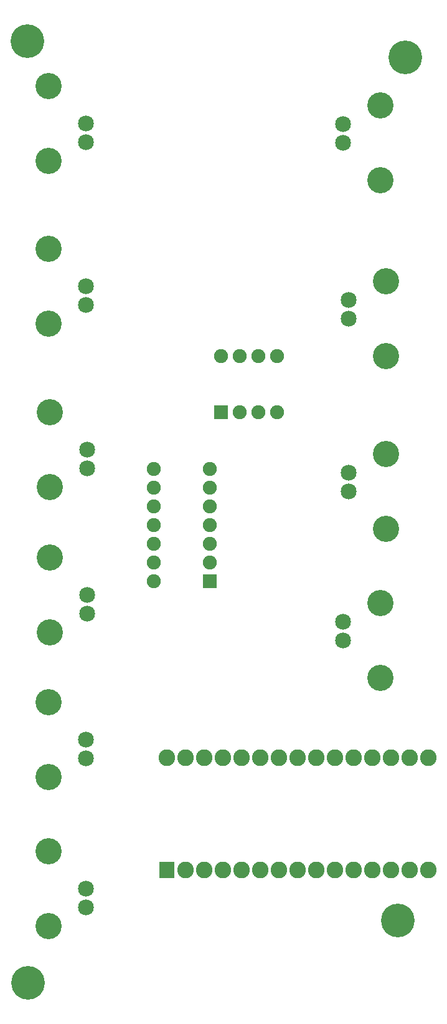
<source format=gbs>
G04 (created by PCBNEW-RS274X (2011-05-25)-stable) date Sun 01 Dec 2013 10:46:18 PM CET*
G01*
G70*
G90*
%MOIN*%
G04 Gerber Fmt 3.4, Leading zero omitted, Abs format*
%FSLAX34Y34*%
G04 APERTURE LIST*
%ADD10C,0.006000*%
%ADD11R,0.080000X0.089000*%
%ADD12C,0.089000*%
%ADD13R,0.075000X0.075000*%
%ADD14C,0.075000*%
%ADD15C,0.140000*%
%ADD16C,0.085000*%
%ADD17C,0.180000*%
G04 APERTURE END LIST*
G54D10*
G54D11*
X23976Y-52618D03*
G54D12*
X24976Y-52618D03*
X25976Y-52618D03*
X26976Y-52618D03*
X27976Y-52618D03*
X28976Y-52618D03*
X29976Y-52618D03*
X30976Y-52618D03*
X31976Y-52618D03*
X32976Y-52618D03*
X33976Y-52618D03*
X34976Y-52618D03*
X35976Y-52618D03*
X36976Y-52618D03*
X37976Y-52618D03*
X37976Y-46618D03*
X36976Y-46618D03*
X35976Y-46618D03*
X34976Y-46618D03*
X33976Y-46618D03*
X32976Y-46618D03*
X31976Y-46618D03*
X30976Y-46618D03*
X29976Y-46618D03*
X28976Y-46618D03*
X27976Y-46618D03*
X26976Y-46618D03*
X25976Y-46618D03*
X24976Y-46618D03*
X23976Y-46618D03*
G54D13*
X26874Y-28165D03*
G54D14*
X27874Y-28165D03*
X28874Y-28165D03*
X29874Y-28165D03*
X29874Y-25165D03*
X28874Y-25165D03*
X27874Y-25165D03*
X26874Y-25165D03*
G54D13*
X26280Y-37181D03*
G54D14*
X26280Y-36181D03*
X26280Y-35181D03*
X26280Y-34181D03*
X26280Y-33181D03*
X26280Y-32181D03*
X26280Y-31181D03*
X23280Y-31181D03*
X23280Y-32181D03*
X23280Y-33181D03*
X23280Y-34181D03*
X23280Y-35181D03*
X23280Y-36181D03*
X23280Y-37181D03*
G54D15*
X35405Y-11764D03*
X35405Y-15764D03*
G54D16*
X33405Y-13764D03*
X33405Y-12764D03*
G54D15*
X35701Y-21138D03*
X35701Y-25138D03*
G54D16*
X33701Y-23138D03*
X33701Y-22138D03*
G54D15*
X35701Y-30378D03*
X35701Y-34378D03*
G54D16*
X33701Y-32378D03*
X33701Y-31378D03*
G54D15*
X35405Y-38366D03*
X35405Y-42366D03*
G54D16*
X33405Y-40366D03*
X33405Y-39366D03*
G54D15*
X17626Y-14717D03*
X17626Y-10717D03*
G54D16*
X19626Y-12717D03*
X19626Y-13717D03*
G54D15*
X17626Y-23417D03*
X17626Y-19417D03*
G54D16*
X19626Y-21417D03*
X19626Y-22417D03*
G54D15*
X17720Y-32150D03*
X17720Y-28150D03*
G54D16*
X19720Y-30150D03*
X19720Y-31150D03*
G54D15*
X17720Y-39909D03*
X17720Y-35909D03*
G54D16*
X19720Y-37909D03*
X19720Y-38909D03*
G54D15*
X17642Y-47669D03*
X17642Y-43669D03*
G54D16*
X19642Y-45669D03*
X19642Y-46669D03*
G54D15*
X17634Y-55614D03*
X17634Y-51614D03*
G54D16*
X19634Y-53614D03*
X19634Y-54614D03*
G54D17*
X36736Y-09197D03*
X16508Y-08323D03*
X16543Y-58650D03*
X36350Y-55327D03*
M02*

</source>
